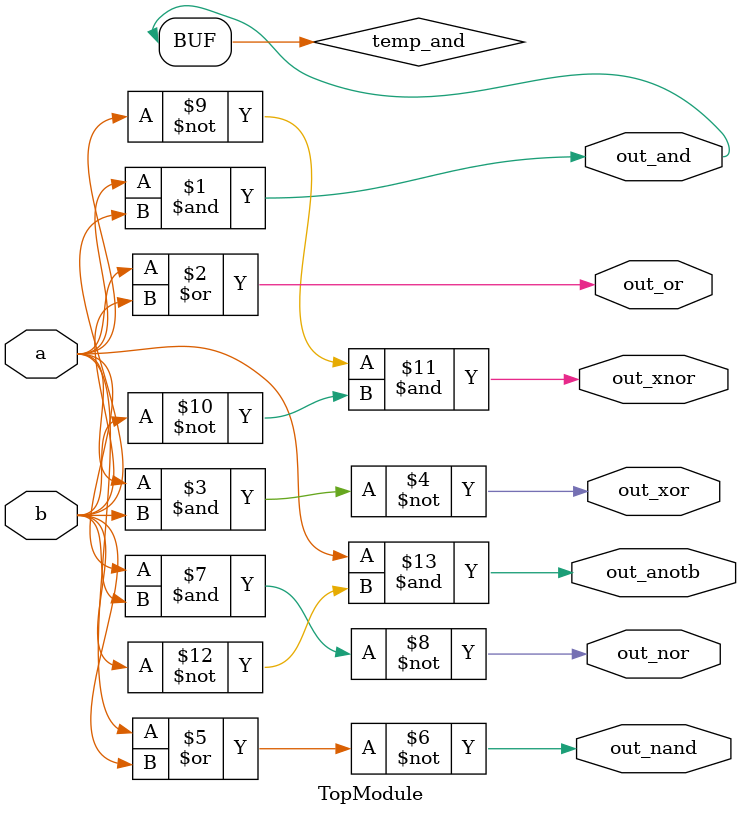
<source format=sv>

module TopModule (
    input a,      // Input signal
    input b,      // Input signal
    output out_and,  // Output: a and b
    output out_or,   // Output: a or b
    output out_xor, // Output: a xor b
    output out_nand, // Output: a nand b
    output out_nor,  // Output: a nor b
    output out_xnor, // Output: a xnor b
    output out_anotb  // Output: a and-not b
);

    wire temp_and;     // Intermediate variable for AND operation

    assign temp_and = a & b;
    assign out_and   = temp_and;

    assign out_or = a | b;
    assign out_xor = ~(a & b);
    assign out_nand = ~(a | b);
    assign out_nor = ~(a & b);
    assign out_xnor = ~a & ~b;
    assign out_anotb = a & (~b);

endmodule

// VERILOG-EVAL: errant inclusion of module definition

</source>
